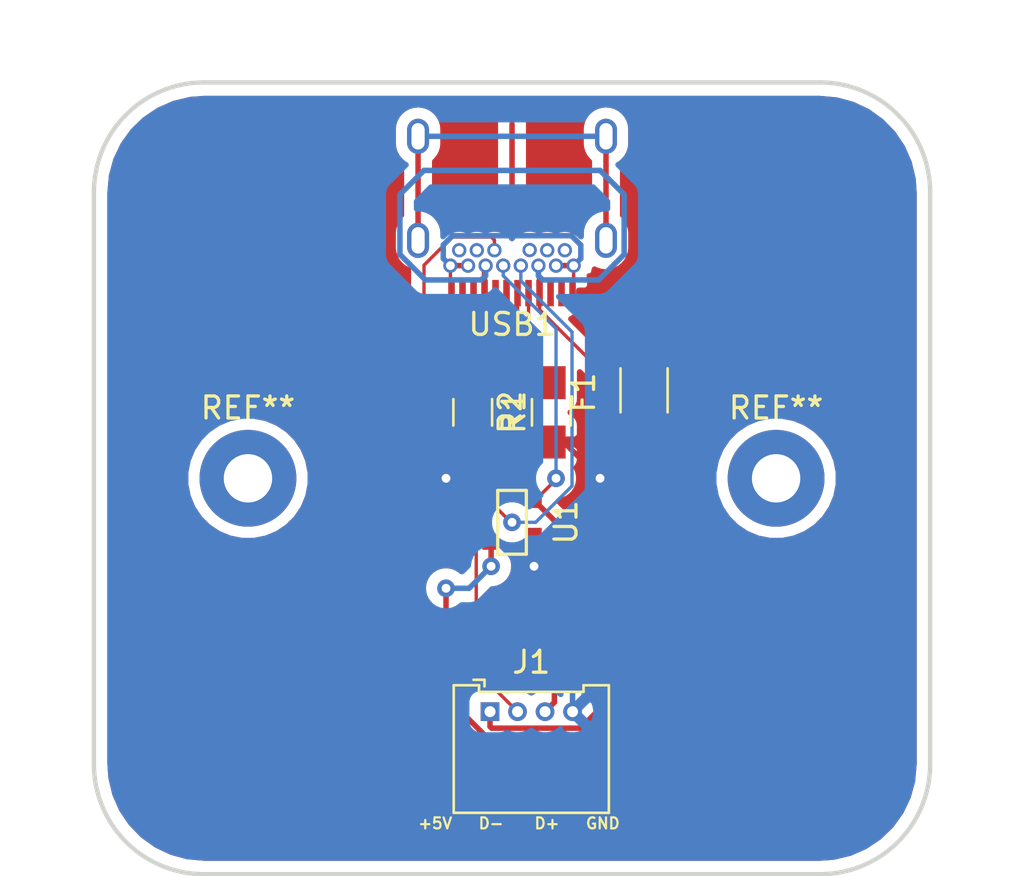
<source format=kicad_pcb>
(kicad_pcb (version 20171130) (host pcbnew "(5.1.2-1)-1")

  (general
    (thickness 1.6)
    (drawings 12)
    (tracks 115)
    (zones 0)
    (modules 8)
    (nets 10)
  )

  (page A4)
  (layers
    (0 F.Cu signal)
    (31 B.Cu signal)
    (32 B.Adhes user)
    (33 F.Adhes user)
    (34 B.Paste user)
    (35 F.Paste user)
    (36 B.SilkS user)
    (37 F.SilkS user)
    (38 B.Mask user)
    (39 F.Mask user)
    (40 Dwgs.User user)
    (41 Cmts.User user)
    (42 Eco1.User user)
    (43 Eco2.User user)
    (44 Edge.Cuts user)
    (45 Margin user)
    (46 B.CrtYd user)
    (47 F.CrtYd user)
    (48 B.Fab user)
    (49 F.Fab user)
  )

  (setup
    (last_trace_width 0.25)
    (user_trace_width 0.2)
    (user_trace_width 0.381)
    (trace_clearance 0.2)
    (zone_clearance 0.508)
    (zone_45_only no)
    (trace_min 0.2)
    (via_size 0.8)
    (via_drill 0.4)
    (via_min_size 0.4)
    (via_min_drill 0.3)
    (uvia_size 0.3)
    (uvia_drill 0.1)
    (uvias_allowed no)
    (uvia_min_size 0.2)
    (uvia_min_drill 0.1)
    (edge_width 0.2)
    (segment_width 0.2)
    (pcb_text_width 0.3)
    (pcb_text_size 1.5 1.5)
    (mod_edge_width 0.12)
    (mod_text_size 1 1)
    (mod_text_width 0.15)
    (pad_size 1.4 0.8)
    (pad_drill 1.1)
    (pad_to_mask_clearance 0.2)
    (aux_axis_origin 0 0)
    (grid_origin 100.012416 39.290592)
    (visible_elements 7FFFFFFF)
    (pcbplotparams
      (layerselection 0x010fc_ffffffff)
      (usegerberextensions true)
      (usegerberattributes false)
      (usegerberadvancedattributes false)
      (creategerberjobfile false)
      (excludeedgelayer true)
      (linewidth 0.100000)
      (plotframeref false)
      (viasonmask false)
      (mode 1)
      (useauxorigin false)
      (hpglpennumber 1)
      (hpglpenspeed 20)
      (hpglpendiameter 15.000000)
      (psnegative false)
      (psa4output false)
      (plotreference true)
      (plotvalue true)
      (plotinvisibletext false)
      (padsonsilk false)
      (subtractmaskfromsilk false)
      (outputformat 1)
      (mirror false)
      (drillshape 0)
      (scaleselection 1)
      (outputdirectory "Gerbers/"))
  )

  (net 0 "")
  (net 1 VCC)
  (net 2 +5V)
  (net 3 GND)
  (net 4 D-)
  (net 5 D+)
  (net 6 "Net-(R1-Pad2)")
  (net 7 "Net-(R2-Pad1)")
  (net 8 "Net-(USB1-Pad27)")
  (net 9 "Net-(USB1-Pad26)")

  (net_class Default "This is the default net class."
    (clearance 0.2)
    (trace_width 0.25)
    (via_dia 0.8)
    (via_drill 0.4)
    (uvia_dia 0.3)
    (uvia_drill 0.1)
    (add_net +5V)
    (add_net D+)
    (add_net D-)
    (add_net GND)
    (add_net "Net-(R1-Pad2)")
    (add_net "Net-(R2-Pad1)")
    (add_net "Net-(USB1-Pad26)")
    (add_net "Net-(USB1-Pad27)")
    (add_net VCC)
  )

  (module Type-C:Wurth-632723300011 (layer F.Cu) (tedit 5D00B06B) (tstamp 5D00A124)
    (at 100.012416 39.290592 180)
    (path /5D00AE8D)
    (attr smd)
    (fp_text reference USB1 (at 0 -12 180) (layer F.SilkS)
      (effects (font (size 1 1) (thickness 0.15)))
    )
    (fp_text value Wurth-632723300011 (at 0 1.9 180) (layer F.Fab)
      (effects (font (size 1 1) (thickness 0.15)))
    )
    (fp_line (start -4.37 -10.38) (end 4.37 -10.38) (layer Dwgs.User) (width 0.15))
    (fp_line (start 4.37 0.95) (end 4.37 -10.38) (layer Dwgs.User) (width 0.15))
    (fp_line (start -4.37 0.95) (end -4.37 -10.38) (layer Dwgs.User) (width 0.15))
    (fp_line (start -4.37 0.95) (end 4.37 0.95) (layer Dwgs.User) (width 0.15))
    (pad 1 smd rect (at -2.75 -10.58 180) (size 0.3 1.2) (layers F.Cu F.Paste F.Mask)
      (net 3 GND))
    (pad 2 smd rect (at -2.25 -10.58 180) (size 0.3 1.2) (layers F.Cu F.Paste F.Mask))
    (pad 3 smd rect (at -1.75 -10.58 180) (size 0.3 1.2) (layers F.Cu F.Paste F.Mask))
    (pad 4 smd rect (at -1.25 -10.58 180) (size 0.3 1.2) (layers F.Cu F.Paste F.Mask)
      (net 1 VCC))
    (pad 5 smd rect (at -0.75 -10.58 180) (size 0.3 1.2) (layers F.Cu F.Paste F.Mask)
      (net 6 "Net-(R1-Pad2)"))
    (pad 6 smd rect (at -0.25 -10.58 180) (size 0.3 1.2) (layers F.Cu F.Paste F.Mask)
      (net 5 D+))
    (pad 7 smd rect (at 0.25 -10.58 180) (size 0.3 1.2) (layers F.Cu F.Paste F.Mask)
      (net 4 D-))
    (pad 8 smd rect (at 0.75 -10.58 180) (size 0.3 1.2) (layers F.Cu F.Paste F.Mask))
    (pad 9 smd rect (at 1.25 -10.58 180) (size 0.3 1.2) (layers F.Cu F.Paste F.Mask)
      (net 1 VCC))
    (pad 10 smd rect (at 1.75 -10.58 180) (size 0.3 1.2) (layers F.Cu F.Paste F.Mask))
    (pad 11 smd rect (at 2.25 -10.58 180) (size 0.3 1.2) (layers F.Cu F.Paste F.Mask))
    (pad 12 smd rect (at 2.75 -10.58 180) (size 0.3 1.2) (layers F.Cu F.Paste F.Mask)
      (net 3 GND))
    (pad 13 thru_hole circle (at 2.8 -9.33 180) (size 0.65 0.65) (drill 0.4) (layers *.Cu *.Paste *.Mask)
      (net 3 GND))
    (pad 14 thru_hole circle (at 2.4 -8.63 180) (size 0.65 0.65) (drill 0.4) (layers *.Cu *.Paste *.Mask))
    (pad 25 thru_hole circle (at 2 -9.33 180) (size 0.65 0.65) (drill 0.4) (layers *.Cu *.Paste *.Mask)
      (net 3 GND))
    (pad 15 thru_hole circle (at 1.6 -8.63 180) (size 0.65 0.65) (drill 0.4) (layers *.Cu *.Paste *.Mask))
    (pad 16 thru_hole circle (at 1.2 -9.33 180) (size 0.65 0.65) (drill 0.4) (layers *.Cu *.Paste *.Mask)
      (net 1 VCC))
    (pad 17 thru_hole circle (at 0.8 -8.63 180) (size 0.65 0.65) (drill 0.4) (layers *.Cu *.Paste *.Mask)
      (net 7 "Net-(R2-Pad1)"))
    (pad 18 thru_hole circle (at 0.4 -9.33 180) (size 0.65 0.65) (drill 0.4) (layers *.Cu *.Paste *.Mask)
      (net 5 D+))
    (pad 19 thru_hole circle (at -0.4 -9.33 180) (size 0.65 0.65) (drill 0.4) (layers *.Cu *.Paste *.Mask)
      (net 4 D-))
    (pad 20 thru_hole circle (at -0.8 -8.62 180) (size 0.65 0.65) (drill 0.4) (layers *.Cu *.Paste *.Mask))
    (pad 21 thru_hole circle (at -1.2 -9.33 180) (size 0.65 0.65) (drill 0.4) (layers *.Cu *.Paste *.Mask)
      (net 1 VCC))
    (pad 22 thru_hole circle (at -1.6 -8.63 180) (size 0.65 0.65) (drill 0.4) (layers *.Cu *.Paste *.Mask))
    (pad 23 thru_hole circle (at -2.4 -8.63 180) (size 0.65 0.65) (drill 0.4) (layers *.Cu *.Paste *.Mask))
    (pad 25 thru_hole circle (at -2 -9.33 180) (size 0.65 0.65) (drill 0.4) (layers *.Cu *.Paste *.Mask)
      (net 3 GND))
    (pad 27 smd rect (at 0 -6 180) (size 0.2 1) (layers F.Cu F.Paste F.Mask)
      (net 8 "Net-(USB1-Pad27)"))
    (pad 27 smd rect (at 0 -2.9 180) (size 0.2 1) (layers F.Cu F.Paste F.Mask)
      (net 8 "Net-(USB1-Pad27)"))
    (pad 26 thru_hole oval (at -4.27 -8.18 180) (size 1 1.6) (drill oval 0.6 1.2) (layers *.Cu *.Mask)
      (net 9 "Net-(USB1-Pad26)"))
    (pad 26 thru_hole oval (at -4.27 -3.45 180) (size 1 1.6) (drill oval 0.6 1.2) (layers *.Cu *.Mask)
      (net 9 "Net-(USB1-Pad26)"))
    (pad 26 thru_hole oval (at 4.27 -3.45 180) (size 1 1.6) (drill oval 0.6 1.2) (layers *.Cu *.Mask)
      (net 9 "Net-(USB1-Pad26)"))
    (pad 26 thru_hole oval (at 4.27 -8.18 180) (size 1 1.6) (drill oval 0.6 1.2) (layers *.Cu *.Mask)
      (net 9 "Net-(USB1-Pad26)"))
    (pad 24 thru_hole circle (at -2.8 -9.33 180) (size 0.65 0.65) (drill 0.4) (layers *.Cu *.Paste *.Mask)
      (net 3 GND))
    (model "/Users/sriram/Downloads/Download_STP_632723300011 (rev1).stp"
      (offset (xyz 0 3.9 1.5))
      (scale (xyz 1 1 1))
      (rotate (xyz 90 0 180))
    )
  )

  (module Fuse_Holders_and_Fuses:Fuse_SMD1206_Reflow (layer F.Cu) (tedit 0) (tstamp 5CE10771)
    (at 106.012416 54.290592 90)
    (descr "Fuse, Sicherung, SMD1206, Littlefuse-Wickmann, Reflow,")
    (tags "Fuse Sicherung SMD1206 Littlefuse-Wickmann Reflow ")
    (path /5A62446D)
    (attr smd)
    (fp_text reference F1 (at -0.1 -2.75 90) (layer F.SilkS)
      (effects (font (size 1 1) (thickness 0.15)))
    )
    (fp_text value 500mA (at -0.45 3.2 90) (layer F.Fab)
      (effects (font (size 1 1) (thickness 0.15)))
    )
    (fp_line (start 2.47 1.05) (end -2.47 1.05) (layer F.CrtYd) (width 0.05))
    (fp_line (start 2.47 1.05) (end 2.47 -1.05) (layer F.CrtYd) (width 0.05))
    (fp_line (start -2.47 -1.05) (end -2.47 1.05) (layer F.CrtYd) (width 0.05))
    (fp_line (start -2.47 -1.05) (end 2.47 -1.05) (layer F.CrtYd) (width 0.05))
    (fp_line (start -1 -1.07) (end 1 -1.07) (layer F.SilkS) (width 0.12))
    (fp_line (start 1 1.07) (end -1 1.07) (layer F.SilkS) (width 0.12))
    (fp_line (start -1.6 -0.8) (end 1.6 -0.8) (layer F.Fab) (width 0.1))
    (fp_line (start 1.6 -0.8) (end 1.6 0.8) (layer F.Fab) (width 0.1))
    (fp_line (start 1.6 0.8) (end -1.6 0.8) (layer F.Fab) (width 0.1))
    (fp_line (start -1.6 0.8) (end -1.6 -0.8) (layer F.Fab) (width 0.1))
    (pad 2 smd rect (at 1.2 0 180) (size 2.03 1.14) (layers F.Cu F.Paste F.Mask)
      (net 1 VCC))
    (pad 1 smd rect (at -1.2 0 180) (size 2.03 1.14) (layers F.Cu F.Paste F.Mask)
      (net 2 +5V))
  )

  (module Resistors_SMD:R_0805_HandSoldering (layer F.Cu) (tedit 58E0A804) (tstamp 5D00A56E)
    (at 101.798352 55.290592 90)
    (descr "Resistor SMD 0805, hand soldering")
    (tags "resistor 0805")
    (path /5A7D4DCE)
    (attr smd)
    (fp_text reference R1 (at 0 -1.7 90) (layer F.SilkS)
      (effects (font (size 1 1) (thickness 0.15)))
    )
    (fp_text value 5.1k (at 0 1.75 90) (layer F.Fab)
      (effects (font (size 1 1) (thickness 0.15)))
    )
    (fp_line (start 2.35 0.9) (end -2.35 0.9) (layer F.CrtYd) (width 0.05))
    (fp_line (start 2.35 0.9) (end 2.35 -0.9) (layer F.CrtYd) (width 0.05))
    (fp_line (start -2.35 -0.9) (end -2.35 0.9) (layer F.CrtYd) (width 0.05))
    (fp_line (start -2.35 -0.9) (end 2.35 -0.9) (layer F.CrtYd) (width 0.05))
    (fp_line (start -0.6 -0.88) (end 0.6 -0.88) (layer F.SilkS) (width 0.12))
    (fp_line (start 0.6 0.88) (end -0.6 0.88) (layer F.SilkS) (width 0.12))
    (fp_line (start -1 -0.62) (end 1 -0.62) (layer F.Fab) (width 0.1))
    (fp_line (start 1 -0.62) (end 1 0.62) (layer F.Fab) (width 0.1))
    (fp_line (start 1 0.62) (end -1 0.62) (layer F.Fab) (width 0.1))
    (fp_line (start -1 0.62) (end -1 -0.62) (layer F.Fab) (width 0.1))
    (fp_text user %R (at 0 0 90) (layer F.Fab)
      (effects (font (size 0.5 0.5) (thickness 0.075)))
    )
    (pad 2 smd rect (at 1.35 0 90) (size 1.5 1.3) (layers F.Cu F.Paste F.Mask)
      (net 6 "Net-(R1-Pad2)"))
    (pad 1 smd rect (at -1.35 0 90) (size 1.5 1.3) (layers F.Cu F.Paste F.Mask)
      (net 3 GND))
    (model ${KISYS3DMOD}/Resistors_SMD.3dshapes/R_0805.wrl
      (at (xyz 0 0 0))
      (scale (xyz 1 1 1))
      (rotate (xyz 0 0 0))
    )
  )

  (module Resistors_SMD:R_0805_HandSoldering (layer F.Cu) (tedit 58E0A804) (tstamp 5D00A5E0)
    (at 98.22648 55.290592 270)
    (descr "Resistor SMD 0805, hand soldering")
    (tags "resistor 0805")
    (path /5A7D4FD9)
    (attr smd)
    (fp_text reference R2 (at 0 -1.7 270) (layer F.SilkS)
      (effects (font (size 1 1) (thickness 0.15)))
    )
    (fp_text value 5.1k (at 0 1.75 270) (layer F.Fab)
      (effects (font (size 1 1) (thickness 0.15)))
    )
    (fp_text user %R (at 0 0 270) (layer F.Fab)
      (effects (font (size 0.5 0.5) (thickness 0.075)))
    )
    (fp_line (start -1 0.62) (end -1 -0.62) (layer F.Fab) (width 0.1))
    (fp_line (start 1 0.62) (end -1 0.62) (layer F.Fab) (width 0.1))
    (fp_line (start 1 -0.62) (end 1 0.62) (layer F.Fab) (width 0.1))
    (fp_line (start -1 -0.62) (end 1 -0.62) (layer F.Fab) (width 0.1))
    (fp_line (start 0.6 0.88) (end -0.6 0.88) (layer F.SilkS) (width 0.12))
    (fp_line (start -0.6 -0.88) (end 0.6 -0.88) (layer F.SilkS) (width 0.12))
    (fp_line (start -2.35 -0.9) (end 2.35 -0.9) (layer F.CrtYd) (width 0.05))
    (fp_line (start -2.35 -0.9) (end -2.35 0.9) (layer F.CrtYd) (width 0.05))
    (fp_line (start 2.35 0.9) (end 2.35 -0.9) (layer F.CrtYd) (width 0.05))
    (fp_line (start 2.35 0.9) (end -2.35 0.9) (layer F.CrtYd) (width 0.05))
    (pad 1 smd rect (at -1.35 0 270) (size 1.5 1.3) (layers F.Cu F.Paste F.Mask)
      (net 7 "Net-(R2-Pad1)"))
    (pad 2 smd rect (at 1.35 0 270) (size 1.5 1.3) (layers F.Cu F.Paste F.Mask)
      (net 3 GND))
    (model ${KISYS3DMOD}/Resistors_SMD.3dshapes/R_0805.wrl
      (at (xyz 0 0 0))
      (scale (xyz 1 1 1))
      (rotate (xyz 0 0 0))
    )
  )

  (module Mounting_Holes:MountingHole_2.2mm_M2_Pad (layer F.Cu) (tedit 56D1B4CB) (tstamp 5CE33A37)
    (at 112.012416 58.290592)
    (descr "Mounting Hole 2.2mm, M2")
    (tags "mounting hole 2.2mm m2")
    (attr virtual)
    (fp_text reference REF** (at 0 -3.2) (layer F.SilkS)
      (effects (font (size 1 1) (thickness 0.15)))
    )
    (fp_text value MountingHole_2.2mm_M2_Pad (at 0 3.2) (layer F.Fab)
      (effects (font (size 1 1) (thickness 0.15)))
    )
    (fp_text user %R (at 0.3 0) (layer F.Fab)
      (effects (font (size 1 1) (thickness 0.15)))
    )
    (fp_circle (center 0 0) (end 2.2 0) (layer Cmts.User) (width 0.15))
    (fp_circle (center 0 0) (end 2.45 0) (layer F.CrtYd) (width 0.05))
    (pad 1 thru_hole circle (at 0 0) (size 4.4 4.4) (drill 2.2) (layers *.Cu *.Mask))
  )

  (module Mounting_Holes:MountingHole_2.2mm_M2_Pad (layer F.Cu) (tedit 56D1B4CB) (tstamp 5CE33A4D)
    (at 88.012416 58.290592)
    (descr "Mounting Hole 2.2mm, M2")
    (tags "mounting hole 2.2mm m2")
    (attr virtual)
    (fp_text reference REF** (at 0 -3.2) (layer F.SilkS)
      (effects (font (size 1 1) (thickness 0.15)))
    )
    (fp_text value MountingHole_2.2mm_M2_Pad (at 0 3.2) (layer F.Fab)
      (effects (font (size 1 1) (thickness 0.15)))
    )
    (fp_text user %R (at 0.3 0) (layer F.Fab)
      (effects (font (size 1 1) (thickness 0.15)))
    )
    (fp_circle (center 0 0) (end 2.2 0) (layer Cmts.User) (width 0.15))
    (fp_circle (center 0 0) (end 2.45 0) (layer F.CrtYd) (width 0.05))
    (pad 1 thru_hole circle (at 0 0) (size 4.4 4.4) (drill 2.2) (layers *.Cu *.Mask))
  )

  (module Connectors_Molex:Molex_PicoBlade_53048-0410_04x1.25mm_Angled (layer F.Cu) (tedit 58A3B6BF) (tstamp 5D00A3F5)
    (at 99.012416 68.9)
    (descr "Molex PicoBlade, single row, side entry type, through hole, PN:53048-0410")
    (tags "connector molex picoblade")
    (path /5D0E0B2F)
    (fp_text reference J1 (at 1.875 -2.25) (layer F.SilkS)
      (effects (font (size 1 1) (thickness 0.15)))
    )
    (fp_text value Conn_01x04 (at 1.875 5.75) (layer F.Fab)
      (effects (font (size 1 1) (thickness 0.15)))
    )
    (fp_text user %R (at 1.875 3) (layer F.Fab)
      (effects (font (size 1 1) (thickness 0.15)))
    )
    (fp_line (start 5.4 4.6) (end 1.875 4.6) (layer F.SilkS) (width 0.12))
    (fp_line (start 5.4 -1.2) (end 5.4 4.6) (layer F.SilkS) (width 0.12))
    (fp_line (start 4.25 -1.2) (end 5.4 -1.2) (layer F.SilkS) (width 0.12))
    (fp_line (start 4.25 -0.9) (end 4.25 -1.2) (layer F.SilkS) (width 0.12))
    (fp_line (start 1.875 -0.9) (end 4.25 -0.9) (layer F.SilkS) (width 0.12))
    (fp_line (start -1.65 4.6) (end 1.875 4.6) (layer F.SilkS) (width 0.12))
    (fp_line (start -1.65 -1.2) (end -1.65 4.6) (layer F.SilkS) (width 0.12))
    (fp_line (start -0.5 -1.2) (end -1.65 -1.2) (layer F.SilkS) (width 0.12))
    (fp_line (start -0.5 -0.9) (end -0.5 -1.2) (layer F.SilkS) (width 0.12))
    (fp_line (start 1.875 -0.9) (end -0.5 -0.9) (layer F.SilkS) (width 0.12))
    (fp_line (start 5.25 4.45) (end 1.875 4.45) (layer F.Fab) (width 0.1))
    (fp_line (start 5.25 -1.05) (end 5.25 4.45) (layer F.Fab) (width 0.1))
    (fp_line (start 4.4 -1.05) (end 5.25 -1.05) (layer F.Fab) (width 0.1))
    (fp_line (start 4.4 -0.75) (end 4.4 -1.05) (layer F.Fab) (width 0.1))
    (fp_line (start 1.875 -0.75) (end 4.4 -0.75) (layer F.Fab) (width 0.1))
    (fp_line (start -1.5 4.45) (end 1.875 4.45) (layer F.Fab) (width 0.1))
    (fp_line (start -1.5 -1.05) (end -1.5 4.45) (layer F.Fab) (width 0.1))
    (fp_line (start -0.65 -1.05) (end -1.5 -1.05) (layer F.Fab) (width 0.1))
    (fp_line (start -0.65 -0.75) (end -0.65 -1.05) (layer F.Fab) (width 0.1))
    (fp_line (start 1.875 -0.75) (end -0.65 -0.75) (layer F.Fab) (width 0.1))
    (fp_line (start 5.75 4.95) (end 1.85 4.95) (layer F.CrtYd) (width 0.05))
    (fp_line (start 5.75 -1.55) (end 5.75 4.95) (layer F.CrtYd) (width 0.05))
    (fp_line (start 3.9 -1.55) (end 5.75 -1.55) (layer F.CrtYd) (width 0.05))
    (fp_line (start 3.9 -1.25) (end 3.9 -1.55) (layer F.CrtYd) (width 0.05))
    (fp_line (start 1.85 -1.25) (end 3.9 -1.25) (layer F.CrtYd) (width 0.05))
    (fp_line (start -2 4.95) (end 1.85 4.95) (layer F.CrtYd) (width 0.05))
    (fp_line (start -2 -1.55) (end -2 4.95) (layer F.CrtYd) (width 0.05))
    (fp_line (start -0.15 -1.55) (end -2 -1.55) (layer F.CrtYd) (width 0.05))
    (fp_line (start -0.15 -1.25) (end -0.15 -1.55) (layer F.CrtYd) (width 0.05))
    (fp_line (start 1.85 -1.25) (end -0.15 -1.25) (layer F.CrtYd) (width 0.05))
    (fp_line (start -0.25 -1.45) (end -0.75 -1.45) (layer F.Fab) (width 0.1))
    (fp_line (start -0.25 -1.15) (end -0.25 -1.45) (layer F.Fab) (width 0.1))
    (fp_line (start -0.25 -1.45) (end -0.75 -1.45) (layer F.SilkS) (width 0.12))
    (fp_line (start -0.25 -1.15) (end -0.25 -1.45) (layer F.SilkS) (width 0.12))
    (pad 4 thru_hole circle (at 3.75 0) (size 0.85 0.85) (drill 0.5) (layers *.Cu *.Mask)
      (net 3 GND))
    (pad 3 thru_hole circle (at 2.5 0) (size 0.85 0.85) (drill 0.5) (layers *.Cu *.Mask)
      (net 5 D+))
    (pad 2 thru_hole circle (at 1.25 0) (size 0.85 0.85) (drill 0.5) (layers *.Cu *.Mask)
      (net 4 D-))
    (pad 1 thru_hole rect (at 0 0) (size 0.85 0.85) (drill 0.5) (layers *.Cu *.Mask)
      (net 2 +5V))
    (model ${KISYS3DMOD}/Connectors_Molex.3dshapes/Molex_PicoBlade_53048-0410_04x1.25mm_Angled.wrl
      (at (xyz 0 0 0))
      (scale (xyz 1 1 1))
      (rotate (xyz 0 0 0))
    )
  )

  (module random-keyboard-parts:SOT143B (layer F.Cu) (tedit 5C42C5FB) (tstamp 5D01C8F4)
    (at 100.012416 60.290592 90)
    (path /5D03F781)
    (attr smd)
    (fp_text reference U1 (at 0 2.45 90) (layer F.SilkS)
      (effects (font (size 1 1) (thickness 0.15)))
    )
    (fp_text value PRTR5V0U2X-ai03-locallib (at 0 -2.3 90) (layer F.Fab)
      (effects (font (size 1 1) (thickness 0.15)))
    )
    (fp_line (start 0.55 -1.45) (end 0.55 -0.65) (layer F.Fab) (width 0.15))
    (fp_line (start -0.55 -0.65) (end -0.55 -1.45) (layer F.Fab) (width 0.15))
    (fp_line (start 0.55 1.45) (end 0.55 0.65) (layer F.Fab) (width 0.15))
    (fp_line (start -0.1 0.65) (end -0.1 1.45) (layer F.Fab) (width 0.15))
    (fp_line (start 1.45 0.65) (end -1.45 0.65) (layer F.Fab) (width 0.15))
    (fp_line (start -1.45 -0.65) (end 1.45 -0.65) (layer F.Fab) (width 0.15))
    (fp_line (start -1.45 1.45) (end -1.45 -1.45) (layer F.Fab) (width 0.15))
    (fp_line (start 1.45 1.45) (end -1.45 1.45) (layer F.Fab) (width 0.15))
    (fp_line (start 1.45 -1.45) (end 1.45 1.45) (layer F.Fab) (width 0.15))
    (fp_line (start -1.45 -1.45) (end 1.45 -1.45) (layer F.Fab) (width 0.15))
    (fp_line (start 1.45 0.65) (end 1.45 -0.65) (layer F.SilkS) (width 0.15))
    (fp_line (start -1.45 0.65) (end 1.45 0.65) (layer F.SilkS) (width 0.15))
    (fp_line (start -1.45 -0.65) (end -1.45 0.65) (layer F.SilkS) (width 0.15))
    (fp_line (start -1.45 -0.65) (end 1.45 -0.65) (layer F.SilkS) (width 0.15))
    (pad 3 smd rect (at 0.95 -1 90) (size 0.6 0.7) (layers F.Cu F.Paste F.Mask)
      (net 4 D-))
    (pad 2 smd rect (at 0.95 1 90) (size 0.6 0.7) (layers F.Cu F.Paste F.Mask)
      (net 5 D+))
    (pad 4 smd rect (at -0.95 -1 90) (size 0.6 0.7) (layers F.Cu F.Paste F.Mask)
      (net 1 VCC))
    (pad 1 smd rect (at -0.75 1 90) (size 1 0.7) (layers F.Cu F.Paste F.Mask)
      (net 3 GND))
  )

  (gr_line (start 114.012416 76.290592) (end 86.012416 76.290592) (layer Edge.Cuts) (width 0.2))
  (gr_arc (start 86.012416 71.290592) (end 81.012416 71.290592) (angle -90) (layer Edge.Cuts) (width 0.2))
  (gr_arc (start 114.012416 71.290592) (end 114.012416 76.290592) (angle -90) (layer Edge.Cuts) (width 0.2))
  (gr_line (start 119.012416 45.290592) (end 119.012416 71.290592) (layer Edge.Cuts) (width 0.2))
  (gr_arc (start 114.012416 45.290592) (end 119.012416 45.290592) (angle -90) (layer Edge.Cuts) (width 0.2))
  (gr_line (start 86.012416 40.290592) (end 114.012416 40.290592) (layer Edge.Cuts) (width 0.2))
  (gr_arc (start 86.012416 45.290592) (end 86.012416 40.290592) (angle -90) (layer Edge.Cuts) (width 0.2))
  (gr_line (start 81.012416 45.290592) (end 81.012416 71.290592) (layer Edge.Cuts) (width 0.2))
  (gr_text GND (at 104.14 73.98) (layer F.SilkS) (tstamp 5CD95741)
    (effects (font (size 0.5 0.5) (thickness 0.1)))
  )
  (gr_text D+ (at 101.6 73.98) (layer F.SilkS)
    (effects (font (size 0.5 0.5) (thickness 0.1)))
  )
  (gr_text D- (at 99.06 73.98) (layer F.SilkS)
    (effects (font (size 0.5 0.5) (thickness 0.1)))
  )
  (gr_text +5V (at 96.52 73.98) (layer F.SilkS)
    (effects (font (size 0.5 0.5) (thickness 0.1)))
  )

  (segment (start 101.212416 49.820592) (end 101.262416 49.870592) (width 0.1524) (layer F.Cu) (net 1))
  (segment (start 101.212416 48.620592) (end 101.212416 49.820592) (width 0.1524) (layer F.Cu) (net 1))
  (segment (start 104.845016 53.090592) (end 106.012416 53.090592) (width 0.1524) (layer F.Cu) (net 1))
  (segment (start 103.730016 53.090592) (end 104.845016 53.090592) (width 0.1524) (layer F.Cu) (net 1))
  (segment (start 101.262416 50.622992) (end 103.730016 53.090592) (width 0.1524) (layer F.Cu) (net 1))
  (segment (start 101.262416 49.870592) (end 101.262416 50.622992) (width 0.1524) (layer F.Cu) (net 1))
  (segment (start 98.762416 48.670592) (end 98.762416 49.870592) (width 0.25) (layer F.Cu) (net 1))
  (segment (start 98.812416 48.620592) (end 98.762416 48.670592) (width 0.25) (layer F.Cu) (net 1))
  (via (at 97.012416 63.290592) (size 0.8) (drill 0.4) (layers F.Cu B.Cu) (net 1))
  (segment (start 97.012416 68.21141) (end 97.012416 63.290592) (width 0.25) (layer F.Cu) (net 1))
  (segment (start 98.901016 70.10001) (end 97.012416 68.21141) (width 0.25) (layer F.Cu) (net 1))
  (segment (start 103.308817 70.100011) (end 98.901016 70.10001) (width 0.25) (layer F.Cu) (net 1))
  (segment (start 107.352417 66.056411) (end 103.308817 70.100011) (width 0.25) (layer F.Cu) (net 1))
  (segment (start 107.352417 53.985593) (end 107.352417 66.056411) (width 0.25) (layer F.Cu) (net 1))
  (segment (start 106.457416 53.090592) (end 107.352417 53.985593) (width 0.25) (layer F.Cu) (net 1))
  (segment (start 106.012416 53.090592) (end 106.457416 53.090592) (width 0.25) (layer F.Cu) (net 1))
  (via (at 99.062415 62.290592) (size 0.8) (drill 0.4) (layers F.Cu B.Cu) (net 1))
  (segment (start 98.062415 63.290592) (end 99.062415 62.290592) (width 0.25) (layer B.Cu) (net 1))
  (segment (start 97.012416 63.290592) (end 98.062415 63.290592) (width 0.25) (layer B.Cu) (net 1))
  (segment (start 99.062415 61.290591) (end 99.012416 61.240592) (width 0.25) (layer F.Cu) (net 1))
  (segment (start 99.062415 62.290592) (end 99.062415 61.290591) (width 0.25) (layer F.Cu) (net 1))
  (segment (start 101.402798 49.270593) (end 101.212416 49.080211) (width 0.25) (layer B.Cu) (net 1))
  (segment (start 104.012416 44.290592) (end 105.107426 45.385602) (width 0.25) (layer B.Cu) (net 1))
  (segment (start 105.107426 48.112322) (end 103.949155 49.270593) (width 0.25) (layer B.Cu) (net 1))
  (segment (start 96.012416 44.290592) (end 104.012416 44.290592) (width 0.25) (layer B.Cu) (net 1))
  (segment (start 98.812416 48.620592) (end 98.812416 49.080211) (width 0.25) (layer B.Cu) (net 1))
  (segment (start 103.949155 49.270593) (end 101.402798 49.270593) (width 0.25) (layer B.Cu) (net 1))
  (segment (start 98.622034 49.270593) (end 96.075677 49.270593) (width 0.25) (layer B.Cu) (net 1))
  (segment (start 96.075677 49.270593) (end 94.917406 48.112322) (width 0.25) (layer B.Cu) (net 1))
  (segment (start 94.917406 45.385602) (end 96.012416 44.290592) (width 0.25) (layer B.Cu) (net 1))
  (segment (start 105.107426 45.385602) (end 105.107426 48.112322) (width 0.25) (layer B.Cu) (net 1))
  (segment (start 101.212416 49.080211) (end 101.212416 48.620592) (width 0.25) (layer B.Cu) (net 1))
  (segment (start 94.917406 48.112322) (end 94.917406 45.385602) (width 0.25) (layer B.Cu) (net 1))
  (segment (start 98.812416 49.080211) (end 98.622034 49.270593) (width 0.25) (layer B.Cu) (net 1))
  (segment (start 99.012416 69.575) (end 99.012416 68.9) (width 0.25) (layer F.Cu) (net 2))
  (segment (start 99.087417 69.650001) (end 99.012416 69.575) (width 0.25) (layer F.Cu) (net 2))
  (segment (start 103.122417 69.650001) (end 99.087417 69.650001) (width 0.25) (layer F.Cu) (net 2))
  (segment (start 106.012416 66.760002) (end 103.122417 69.650001) (width 0.25) (layer F.Cu) (net 2))
  (segment (start 106.012416 55.490592) (end 106.012416 66.760002) (width 0.25) (layer F.Cu) (net 2))
  (segment (start 102.812416 49.820592) (end 102.762416 49.870592) (width 0.1524) (layer F.Cu) (net 3))
  (segment (start 102.812416 48.620592) (end 102.812416 49.820592) (width 0.1524) (layer F.Cu) (net 3))
  (segment (start 97.212416 49.820592) (end 97.262416 49.870592) (width 0.1524) (layer F.Cu) (net 3))
  (segment (start 97.212416 48.620592) (end 97.212416 49.820592) (width 0.1524) (layer F.Cu) (net 3))
  (via (at 101.012416 62.290592) (size 0.8) (drill 0.4) (layers F.Cu B.Cu) (net 3))
  (segment (start 102.762416 64.040592) (end 101.012416 62.290592) (width 0.25) (layer B.Cu) (net 3))
  (segment (start 102.762416 68.9) (end 102.762416 64.040592) (width 0.25) (layer B.Cu) (net 3))
  (segment (start 101.012416 62.290592) (end 101.012416 61.040592) (width 0.25) (layer F.Cu) (net 3))
  (segment (start 96.887417 48.295593) (end 97.212416 48.620592) (width 0.25) (layer B.Cu) (net 3))
  (segment (start 96.887417 47.683589) (end 96.887417 48.295593) (width 0.25) (layer B.Cu) (net 3))
  (segment (start 97.310415 47.260591) (end 96.887417 47.683589) (width 0.25) (layer B.Cu) (net 3))
  (segment (start 102.714417 47.260591) (end 97.310415 47.260591) (width 0.25) (layer B.Cu) (net 3))
  (segment (start 103.137415 47.683589) (end 102.714417 47.260591) (width 0.25) (layer B.Cu) (net 3))
  (segment (start 103.137415 48.295593) (end 103.137415 47.683589) (width 0.25) (layer B.Cu) (net 3))
  (segment (start 102.812416 48.620592) (end 103.137415 48.295593) (width 0.25) (layer B.Cu) (net 3))
  (segment (start 97.262416 50.720592) (end 97.262416 49.870592) (width 0.25) (layer F.Cu) (net 3))
  (segment (start 97.262416 50.991526) (end 97.262416 50.720592) (width 0.25) (layer F.Cu) (net 3))
  (segment (start 99.201481 52.930591) (end 97.262416 50.991526) (width 0.25) (layer F.Cu) (net 3))
  (segment (start 99.201481 55.565591) (end 99.201481 52.930591) (width 0.25) (layer F.Cu) (net 3))
  (segment (start 98.22648 56.540592) (end 99.201481 55.565591) (width 0.25) (layer F.Cu) (net 3))
  (segment (start 98.22648 56.640592) (end 98.22648 56.540592) (width 0.25) (layer F.Cu) (net 3))
  (via (at 97.012416 58.290592) (size 0.8) (drill 0.4) (layers F.Cu B.Cu) (net 3))
  (segment (start 98.22648 57.076528) (end 97.012416 58.290592) (width 0.25) (layer F.Cu) (net 3))
  (segment (start 98.22648 56.640592) (end 98.22648 57.076528) (width 0.25) (layer F.Cu) (net 3))
  (segment (start 100.446731 62.290592) (end 101.012416 62.290592) (width 0.25) (layer B.Cu) (net 3))
  (segment (start 97.012416 58.856277) (end 100.446731 62.290592) (width 0.25) (layer B.Cu) (net 3))
  (segment (start 97.012416 58.290592) (end 97.012416 58.856277) (width 0.25) (layer B.Cu) (net 3))
  (via (at 104.012416 58.290592) (size 0.8) (drill 0.4) (layers F.Cu B.Cu) (net 3))
  (segment (start 101.012416 61.290592) (end 104.012416 58.290592) (width 0.25) (layer B.Cu) (net 3))
  (segment (start 101.012416 62.290592) (end 101.012416 61.290592) (width 0.25) (layer B.Cu) (net 3))
  (segment (start 102.362416 56.640592) (end 101.798352 56.640592) (width 0.25) (layer F.Cu) (net 3))
  (segment (start 104.012416 58.290592) (end 102.362416 56.640592) (width 0.25) (layer F.Cu) (net 3))
  (segment (start 97.212416 48.620592) (end 98.012416 48.620592) (width 0.25) (layer F.Cu) (net 3))
  (segment (start 102.812416 48.620592) (end 102.012416 48.620592) (width 0.25) (layer F.Cu) (net 3))
  (segment (start 99.762416 58.640592) (end 99.112416 59.290592) (width 0.1524) (layer F.Cu) (net 4))
  (segment (start 99.762416 49.870592) (end 99.762416 58.640592) (width 0.1524) (layer F.Cu) (net 4))
  (via (at 100.012416 60.290592) (size 0.8) (drill 0.4) (layers F.Cu B.Cu) (net 4))
  (segment (start 102.738617 51.63732) (end 102.738617 58.639169) (width 0.1524) (layer B.Cu) (net 4))
  (segment (start 100.412416 49.311119) (end 102.738617 51.63732) (width 0.1524) (layer B.Cu) (net 4))
  (segment (start 101.087194 60.290592) (end 100.012416 60.290592) (width 0.1524) (layer B.Cu) (net 4))
  (segment (start 102.738617 58.639169) (end 101.087194 60.290592) (width 0.1524) (layer B.Cu) (net 4))
  (segment (start 100.412416 48.620592) (end 100.412416 49.311119) (width 0.1524) (layer B.Cu) (net 4))
  (segment (start 99.962416 60.290592) (end 99.012416 59.340592) (width 0.1524) (layer F.Cu) (net 4))
  (segment (start 100.012416 60.290592) (end 99.962416 60.290592) (width 0.1524) (layer F.Cu) (net 4))
  (segment (start 99.837417 68.475001) (end 100.262416 68.9) (width 0.1524) (layer F.Cu) (net 4))
  (segment (start 98.386215 67.023799) (end 99.837417 68.475001) (width 0.1524) (layer F.Cu) (net 4))
  (segment (start 98.962416 59.340592) (end 98.386215 59.916793) (width 0.1524) (layer F.Cu) (net 4))
  (segment (start 98.386215 59.916793) (end 98.386215 67.023799) (width 0.1524) (layer F.Cu) (net 4))
  (segment (start 99.012416 59.340592) (end 98.962416 59.340592) (width 0.1524) (layer F.Cu) (net 4))
  (segment (start 100.962416 59.340592) (end 101.012416 59.340592) (width 0.1524) (layer F.Cu) (net 5))
  (segment (start 100.262416 58.640592) (end 100.962416 59.340592) (width 0.1524) (layer F.Cu) (net 5))
  (segment (start 100.262416 49.870592) (end 100.262416 58.640592) (width 0.1524) (layer F.Cu) (net 5))
  (segment (start 102.012416 51.480211) (end 102.012416 58.290592) (width 0.1524) (layer B.Cu) (net 5))
  (via (at 102.012416 58.290592) (size 0.8) (drill 0.4) (layers F.Cu B.Cu) (net 5))
  (segment (start 99.612416 49.080211) (end 102.012416 51.480211) (width 0.1524) (layer B.Cu) (net 5))
  (segment (start 99.612416 48.620592) (end 99.612416 49.080211) (width 0.1524) (layer B.Cu) (net 5))
  (segment (start 102.012416 58.340592) (end 101.012416 59.340592) (width 0.1524) (layer F.Cu) (net 5))
  (segment (start 102.012416 58.290592) (end 102.012416 58.340592) (width 0.1524) (layer F.Cu) (net 5))
  (segment (start 101.937415 60.215591) (end 101.937415 68.475001) (width 0.25) (layer F.Cu) (net 5))
  (segment (start 101.937415 68.475001) (end 101.512416 68.9) (width 0.25) (layer F.Cu) (net 5))
  (segment (start 101.062416 59.340592) (end 101.937415 60.215591) (width 0.25) (layer F.Cu) (net 5))
  (segment (start 101.012416 59.340592) (end 101.062416 59.340592) (width 0.25) (layer F.Cu) (net 5))
  (segment (start 100.995952 53.940592) (end 101.798352 53.940592) (width 0.1524) (layer F.Cu) (net 6))
  (segment (start 100.762416 53.707056) (end 100.995952 53.940592) (width 0.1524) (layer F.Cu) (net 6))
  (segment (start 100.762416 49.870592) (end 100.762416 53.707056) (width 0.1524) (layer F.Cu) (net 6))
  (segment (start 98.22648 53.038192) (end 98.22648 53.940592) (width 0.1524) (layer F.Cu) (net 7))
  (segment (start 96.012416 50.824128) (end 98.22648 53.038192) (width 0.1524) (layer F.Cu) (net 7))
  (segment (start 97.291343 47.319391) (end 96.012416 48.598318) (width 0.1524) (layer F.Cu) (net 7))
  (segment (start 99.070834 47.319391) (end 97.291343 47.319391) (width 0.1524) (layer F.Cu) (net 7))
  (segment (start 99.212416 47.460973) (end 99.070834 47.319391) (width 0.1524) (layer F.Cu) (net 7))
  (segment (start 96.012416 48.598318) (end 96.012416 50.824128) (width 0.1524) (layer F.Cu) (net 7))
  (segment (start 99.212416 47.920592) (end 99.212416 47.460973) (width 0.1524) (layer F.Cu) (net 7))
  (segment (start 100.012416 42.190592) (end 100.012416 45.290592) (width 0.25) (layer F.Cu) (net 8))
  (segment (start 104.282416 42.740592) (end 104.282416 47.470592) (width 0.25) (layer F.Cu) (net 9))
  (segment (start 95.742416 42.740592) (end 95.742416 47.470592) (width 0.25) (layer F.Cu) (net 9))
  (segment (start 95.742416 42.740592) (end 104.282416 42.740592) (width 0.25) (layer B.Cu) (net 9))

  (zone (net 3) (net_name GND) (layer B.Cu) (tstamp 5D00FDD9) (hatch edge 0.508)
    (connect_pads (clearance 0.508))
    (min_thickness 0.254)
    (fill yes (arc_segments 16) (thermal_gap 0.508) (thermal_bridge_width 0.508))
    (polygon
      (pts
        (xy 81.012416 40.290592) (xy 119.012416 40.290592) (xy 119.012416 76.290592) (xy 81.012416 76.290592)
      )
    )
    (filled_polygon
      (pts
        (xy 114.767163 41.095873) (xy 115.498059 41.295823) (xy 116.181991 41.622042) (xy 116.797344 42.064218) (xy 117.324675 42.608381)
        (xy 117.747302 43.237318) (xy 118.051879 43.931162) (xy 118.230131 44.673631) (xy 118.277416 45.317541) (xy 118.277417 71.25785)
        (xy 118.207135 72.04534) (xy 118.007185 72.776235) (xy 117.680966 73.460167) (xy 117.23879 74.07552) (xy 116.694627 74.602851)
        (xy 116.06569 75.025478) (xy 115.371845 75.330056) (xy 114.629377 75.508306) (xy 113.985467 75.555592) (xy 86.045147 75.555592)
        (xy 85.257668 75.485311) (xy 84.526773 75.285361) (xy 83.842841 74.959142) (xy 83.227488 74.516966) (xy 82.700157 73.972803)
        (xy 82.27753 73.343866) (xy 81.972952 72.650021) (xy 81.794702 71.907553) (xy 81.747416 71.263643) (xy 81.747416 68.475)
        (xy 97.949344 68.475) (xy 97.949344 69.325) (xy 97.961604 69.449482) (xy 97.997914 69.56918) (xy 98.056879 69.679494)
        (xy 98.136231 69.776185) (xy 98.232922 69.855537) (xy 98.343236 69.914502) (xy 98.462934 69.950812) (xy 98.587416 69.963072)
        (xy 99.437416 69.963072) (xy 99.561898 69.950812) (xy 99.681596 69.914502) (xy 99.79191 69.855537) (xy 99.794413 69.853483)
        (xy 99.953225 69.919265) (xy 100.158015 69.96) (xy 100.366817 69.96) (xy 100.571607 69.919265) (xy 100.764514 69.83936)
        (xy 100.887416 69.75724) (xy 101.010318 69.83936) (xy 101.203225 69.919265) (xy 101.408015 69.96) (xy 101.616817 69.96)
        (xy 101.821607 69.919265) (xy 102.014514 69.83936) (xy 102.188127 69.723356) (xy 102.225405 69.686078) (xy 102.24356 69.83021)
        (xy 102.435004 69.91356) (xy 102.639032 69.957959) (xy 102.8478 69.961702) (xy 103.053286 69.924644) (xy 103.247595 69.84821)
        (xy 103.281272 69.83021) (xy 103.307197 69.624386) (xy 102.762416 69.079605) (xy 102.748274 69.093748) (xy 102.572416 68.91789)
        (xy 102.572416 68.910395) (xy 102.582811 68.9) (xy 102.942021 68.9) (xy 103.486802 69.444781) (xy 103.692626 69.418856)
        (xy 103.775976 69.227412) (xy 103.820375 69.023384) (xy 103.824118 68.814616) (xy 103.78706 68.60913) (xy 103.710626 68.414821)
        (xy 103.692626 68.381144) (xy 103.486802 68.355219) (xy 102.942021 68.9) (xy 102.582811 68.9) (xy 102.572416 68.889605)
        (xy 102.572416 68.88211) (xy 102.748274 68.706253) (xy 102.762416 68.720395) (xy 103.307197 68.175614) (xy 103.281272 67.96979)
        (xy 103.089828 67.88644) (xy 102.8858 67.842041) (xy 102.677032 67.838298) (xy 102.471546 67.875356) (xy 102.277237 67.95179)
        (xy 102.24356 67.96979) (xy 102.225405 68.113922) (xy 102.188127 68.076644) (xy 102.014514 67.96064) (xy 101.821607 67.880735)
        (xy 101.616817 67.84) (xy 101.408015 67.84) (xy 101.203225 67.880735) (xy 101.010318 67.96064) (xy 100.887416 68.04276)
        (xy 100.764514 67.96064) (xy 100.571607 67.880735) (xy 100.366817 67.84) (xy 100.158015 67.84) (xy 99.953225 67.880735)
        (xy 99.794413 67.946517) (xy 99.79191 67.944463) (xy 99.681596 67.885498) (xy 99.561898 67.849188) (xy 99.437416 67.836928)
        (xy 98.587416 67.836928) (xy 98.462934 67.849188) (xy 98.343236 67.885498) (xy 98.232922 67.944463) (xy 98.136231 68.023815)
        (xy 98.056879 68.120506) (xy 97.997914 68.23082) (xy 97.961604 68.350518) (xy 97.949344 68.475) (xy 81.747416 68.475)
        (xy 81.747416 63.188653) (xy 95.977416 63.188653) (xy 95.977416 63.392531) (xy 96.01719 63.59249) (xy 96.095211 63.780848)
        (xy 96.208479 63.950366) (xy 96.352642 64.094529) (xy 96.52216 64.207797) (xy 96.710518 64.285818) (xy 96.910477 64.325592)
        (xy 97.114355 64.325592) (xy 97.314314 64.285818) (xy 97.502672 64.207797) (xy 97.67219 64.094529) (xy 97.716127 64.050592)
        (xy 98.025093 64.050592) (xy 98.062415 64.054268) (xy 98.099737 64.050592) (xy 98.099748 64.050592) (xy 98.211401 64.039595)
        (xy 98.354662 63.996138) (xy 98.486691 63.925566) (xy 98.602416 63.830593) (xy 98.626219 63.80159) (xy 99.102217 63.325592)
        (xy 99.164354 63.325592) (xy 99.364313 63.285818) (xy 99.552671 63.207797) (xy 99.722189 63.094529) (xy 99.866352 62.950366)
        (xy 99.97962 62.780848) (xy 100.057641 62.59249) (xy 100.097415 62.392531) (xy 100.097415 62.188653) (xy 100.057641 61.988694)
        (xy 99.97962 61.800336) (xy 99.866352 61.630818) (xy 99.722189 61.486655) (xy 99.552671 61.373387) (xy 99.364313 61.295366)
        (xy 99.164354 61.255592) (xy 98.960476 61.255592) (xy 98.760517 61.295366) (xy 98.572159 61.373387) (xy 98.402641 61.486655)
        (xy 98.258478 61.630818) (xy 98.14521 61.800336) (xy 98.067189 61.988694) (xy 98.027415 62.188653) (xy 98.027415 62.25079)
        (xy 97.747614 62.530592) (xy 97.716127 62.530592) (xy 97.67219 62.486655) (xy 97.502672 62.373387) (xy 97.314314 62.295366)
        (xy 97.114355 62.255592) (xy 96.910477 62.255592) (xy 96.710518 62.295366) (xy 96.52216 62.373387) (xy 96.352642 62.486655)
        (xy 96.208479 62.630818) (xy 96.095211 62.800336) (xy 96.01719 62.988694) (xy 95.977416 63.188653) (xy 81.747416 63.188653)
        (xy 81.747416 58.011369) (xy 85.177416 58.011369) (xy 85.177416 58.569815) (xy 85.286364 59.117531) (xy 85.500072 59.633468)
        (xy 85.810328 60.097799) (xy 86.205209 60.49268) (xy 86.66954 60.802936) (xy 87.185477 61.016644) (xy 87.733193 61.125592)
        (xy 88.291639 61.125592) (xy 88.839355 61.016644) (xy 89.355292 60.802936) (xy 89.819623 60.49268) (xy 90.214504 60.097799)
        (xy 90.52476 59.633468) (xy 90.738468 59.117531) (xy 90.847416 58.569815) (xy 90.847416 58.011369) (xy 90.738468 57.463653)
        (xy 90.52476 56.947716) (xy 90.214504 56.483385) (xy 89.819623 56.088504) (xy 89.355292 55.778248) (xy 88.839355 55.56454)
        (xy 88.291639 55.455592) (xy 87.733193 55.455592) (xy 87.185477 55.56454) (xy 86.66954 55.778248) (xy 86.205209 56.088504)
        (xy 85.810328 56.483385) (xy 85.500072 56.947716) (xy 85.286364 57.463653) (xy 85.177416 58.011369) (xy 81.747416 58.011369)
        (xy 81.747416 45.385602) (xy 94.15373 45.385602) (xy 94.157407 45.422934) (xy 94.157406 48.074999) (xy 94.15373 48.112322)
        (xy 94.157406 48.149644) (xy 94.157406 48.149654) (xy 94.168403 48.261307) (xy 94.200031 48.365571) (xy 94.21186 48.404568)
        (xy 94.282432 48.536598) (xy 94.30578 48.565047) (xy 94.377405 48.652323) (xy 94.406409 48.676126) (xy 95.511878 49.781596)
        (xy 95.535676 49.810594) (xy 95.564674 49.834392) (xy 95.651401 49.905567) (xy 95.78343 49.976139) (xy 95.926691 50.019596)
        (xy 96.075677 50.03427) (xy 96.11301 50.030593) (xy 98.584712 50.030593) (xy 98.622034 50.034269) (xy 98.659356 50.030593)
        (xy 98.659367 50.030593) (xy 98.77102 50.019596) (xy 98.914281 49.976139) (xy 99.04631 49.905567) (xy 99.162035 49.810594)
        (xy 99.185838 49.78159) (xy 99.246923 49.720505) (xy 101.301216 51.7748) (xy 101.301217 57.53808) (xy 101.208479 57.630818)
        (xy 101.095211 57.800336) (xy 101.01719 57.988694) (xy 100.977416 58.188653) (xy 100.977416 58.392531) (xy 101.01719 58.59249)
        (xy 101.095211 58.780848) (xy 101.208479 58.950366) (xy 101.315056 59.056943) (xy 100.792607 59.579392) (xy 100.764927 59.579392)
        (xy 100.67219 59.486655) (xy 100.502672 59.373387) (xy 100.314314 59.295366) (xy 100.114355 59.255592) (xy 99.910477 59.255592)
        (xy 99.710518 59.295366) (xy 99.52216 59.373387) (xy 99.352642 59.486655) (xy 99.208479 59.630818) (xy 99.095211 59.800336)
        (xy 99.01719 59.988694) (xy 98.977416 60.188653) (xy 98.977416 60.392531) (xy 99.01719 60.59249) (xy 99.095211 60.780848)
        (xy 99.208479 60.950366) (xy 99.352642 61.094529) (xy 99.52216 61.207797) (xy 99.710518 61.285818) (xy 99.910477 61.325592)
        (xy 100.114355 61.325592) (xy 100.314314 61.285818) (xy 100.502672 61.207797) (xy 100.67219 61.094529) (xy 100.764927 61.001792)
        (xy 101.052268 61.001792) (xy 101.087194 61.005232) (xy 101.12212 61.001792) (xy 101.12213 61.001792) (xy 101.226614 60.991501)
        (xy 101.360675 60.950834) (xy 101.484227 60.884794) (xy 101.592521 60.795919) (xy 101.614796 60.768777) (xy 103.216808 59.166766)
        (xy 103.243944 59.144496) (xy 103.332819 59.036202) (xy 103.356712 58.991501) (xy 103.398859 58.912651) (xy 103.439526 58.778589)
        (xy 103.448485 58.687625) (xy 103.449817 58.674105) (xy 103.449817 58.674098) (xy 103.453257 58.639169) (xy 103.449817 58.604241)
        (xy 103.449817 58.011369) (xy 109.177416 58.011369) (xy 109.177416 58.569815) (xy 109.286364 59.117531) (xy 109.500072 59.633468)
        (xy 109.810328 60.097799) (xy 110.205209 60.49268) (xy 110.66954 60.802936) (xy 111.185477 61.016644) (xy 111.733193 61.125592)
        (xy 112.291639 61.125592) (xy 112.839355 61.016644) (xy 113.355292 60.802936) (xy 113.819623 60.49268) (xy 114.214504 60.097799)
        (xy 114.52476 59.633468) (xy 114.738468 59.117531) (xy 114.847416 58.569815) (xy 114.847416 58.011369) (xy 114.738468 57.463653)
        (xy 114.52476 56.947716) (xy 114.214504 56.483385) (xy 113.819623 56.088504) (xy 113.355292 55.778248) (xy 112.839355 55.56454)
        (xy 112.291639 55.455592) (xy 111.733193 55.455592) (xy 111.185477 55.56454) (xy 110.66954 55.778248) (xy 110.205209 56.088504)
        (xy 109.810328 56.483385) (xy 109.500072 56.947716) (xy 109.286364 57.463653) (xy 109.177416 58.011369) (xy 103.449817 58.011369)
        (xy 103.449817 51.672245) (xy 103.453257 51.637319) (xy 103.449817 51.602393) (xy 103.449817 51.602384) (xy 103.439526 51.4979)
        (xy 103.398859 51.363839) (xy 103.332819 51.240287) (xy 103.305279 51.20673) (xy 103.266214 51.159129) (xy 103.26621 51.159125)
        (xy 103.243943 51.131993) (xy 103.216812 51.109727) (xy 102.137678 50.030593) (xy 103.911833 50.030593) (xy 103.949155 50.034269)
        (xy 103.986477 50.030593) (xy 103.986488 50.030593) (xy 104.098141 50.019596) (xy 104.241402 49.976139) (xy 104.373431 49.905567)
        (xy 104.489156 49.810594) (xy 104.512959 49.78159) (xy 105.618429 48.676121) (xy 105.647427 48.652323) (xy 105.7424 48.536598)
        (xy 105.812972 48.404569) (xy 105.856429 48.261308) (xy 105.867426 48.149655) (xy 105.867426 48.149654) (xy 105.871103 48.112322)
        (xy 105.867426 48.074989) (xy 105.867426 45.422924) (xy 105.871102 45.385602) (xy 105.867426 45.348279) (xy 105.867426 45.348269)
        (xy 105.856429 45.236616) (xy 105.812972 45.093355) (xy 105.794235 45.058301) (xy 105.7424 44.961325) (xy 105.671225 44.874599)
        (xy 105.647427 44.845601) (xy 105.61843 44.821804) (xy 104.830971 44.034345) (xy 104.916039 43.988876) (xy 105.088865 43.847041)
        (xy 105.2307 43.674215) (xy 105.336092 43.477039) (xy 105.400993 43.263091) (xy 105.417416 43.096344) (xy 105.417416 42.384841)
        (xy 105.400993 42.218094) (xy 105.336092 42.004146) (xy 105.2307 41.806969) (xy 105.088865 41.634143) (xy 104.916039 41.492308)
        (xy 104.718863 41.386916) (xy 104.504915 41.322015) (xy 104.282416 41.300101) (xy 104.059918 41.322015) (xy 103.84597 41.386916)
        (xy 103.648794 41.492308) (xy 103.475968 41.634143) (xy 103.334133 41.806969) (xy 103.241329 41.980592) (xy 96.783502 41.980592)
        (xy 96.6907 41.806969) (xy 96.548865 41.634143) (xy 96.376039 41.492308) (xy 96.178863 41.386916) (xy 95.964915 41.322015)
        (xy 95.742416 41.300101) (xy 95.519918 41.322015) (xy 95.30597 41.386916) (xy 95.108794 41.492308) (xy 94.935968 41.634143)
        (xy 94.794133 41.806969) (xy 94.68874 42.004145) (xy 94.623839 42.218093) (xy 94.607416 42.38484) (xy 94.607416 43.096343)
        (xy 94.623839 43.26309) (xy 94.68874 43.477038) (xy 94.794132 43.674215) (xy 94.935967 43.847041) (xy 95.108793 43.988876)
        (xy 95.193861 44.034345) (xy 94.406404 44.821803) (xy 94.377406 44.845601) (xy 94.353608 44.874599) (xy 94.353607 44.8746)
        (xy 94.282432 44.961326) (xy 94.21186 45.093356) (xy 94.168404 45.236617) (xy 94.15373 45.385602) (xy 81.747416 45.385602)
        (xy 81.747416 45.323323) (xy 81.817697 44.535845) (xy 82.017647 43.804949) (xy 82.343866 43.121017) (xy 82.786042 42.505664)
        (xy 83.330205 41.978333) (xy 83.959142 41.555706) (xy 84.652986 41.251129) (xy 85.395455 41.072877) (xy 86.039365 41.025592)
        (xy 113.979685 41.025592)
      )
    )
    (filled_polygon
      (pts
        (xy 104.347426 45.700404) (xy 104.347426 46.036504) (xy 104.282416 46.030101) (xy 104.059918 46.052015) (xy 103.84597 46.116916)
        (xy 103.648794 46.222308) (xy 103.475968 46.364143) (xy 103.334133 46.536969) (xy 103.22874 46.734145) (xy 103.163839 46.948093)
        (xy 103.147416 47.11484) (xy 103.147416 47.297947) (xy 103.02438 47.174911) (xy 102.867147 47.069851) (xy 102.692438 46.997484)
        (xy 102.506968 46.960592) (xy 102.317864 46.960592) (xy 102.132394 46.997484) (xy 102.012416 47.047181) (xy 101.892438 46.997484)
        (xy 101.706968 46.960592) (xy 101.517864 46.960592) (xy 101.332394 46.997484) (xy 101.224487 47.042181) (xy 101.092438 46.987484)
        (xy 100.906968 46.950592) (xy 100.717864 46.950592) (xy 100.532394 46.987484) (xy 100.357685 47.059851) (xy 100.200452 47.164911)
        (xy 100.066735 47.298628) (xy 100.009075 47.384922) (xy 99.958097 47.308628) (xy 99.82438 47.174911) (xy 99.667147 47.069851)
        (xy 99.492438 46.997484) (xy 99.306968 46.960592) (xy 99.117864 46.960592) (xy 98.932394 46.997484) (xy 98.812416 47.047181)
        (xy 98.692438 46.997484) (xy 98.506968 46.960592) (xy 98.317864 46.960592) (xy 98.132394 46.997484) (xy 98.012416 47.047181)
        (xy 97.892438 46.997484) (xy 97.706968 46.960592) (xy 97.517864 46.960592) (xy 97.332394 46.997484) (xy 97.157685 47.069851)
        (xy 97.000452 47.174911) (xy 96.877416 47.297947) (xy 96.877416 47.114841) (xy 96.860993 46.948094) (xy 96.796092 46.734146)
        (xy 96.6907 46.536969) (xy 96.548865 46.364143) (xy 96.376039 46.222308) (xy 96.178863 46.116916) (xy 95.964915 46.052015)
        (xy 95.742416 46.030101) (xy 95.677406 46.036504) (xy 95.677406 45.700403) (xy 96.327218 45.050592) (xy 103.697615 45.050592)
      )
    )
  )
  (zone (net 3) (net_name GND) (layer F.Cu) (tstamp 5D00FDD6) (hatch edge 0.508)
    (connect_pads (clearance 0.508))
    (min_thickness 0.254)
    (fill yes (arc_segments 16) (thermal_gap 0.508) (thermal_bridge_width 0.508))
    (polygon
      (pts
        (xy 81.012416 40.290592) (xy 119.012416 40.290592) (xy 119.012416 76.290592) (xy 81.012416 76.290592)
      )
    )
    (filled_polygon
      (pts
        (xy 114.767163 41.095873) (xy 115.498059 41.295823) (xy 116.181991 41.622042) (xy 116.797344 42.064218) (xy 117.324675 42.608381)
        (xy 117.747302 43.237318) (xy 118.051879 43.931162) (xy 118.230131 44.673631) (xy 118.277416 45.317541) (xy 118.277417 71.25785)
        (xy 118.207135 72.04534) (xy 118.007185 72.776235) (xy 117.680966 73.460167) (xy 117.23879 74.07552) (xy 116.694627 74.602851)
        (xy 116.06569 75.025478) (xy 115.371845 75.330056) (xy 114.629377 75.508306) (xy 113.985467 75.555592) (xy 86.045147 75.555592)
        (xy 85.257668 75.485311) (xy 84.526773 75.285361) (xy 83.842841 74.959142) (xy 83.227488 74.516966) (xy 82.700157 73.972803)
        (xy 82.27753 73.343866) (xy 81.972952 72.650021) (xy 81.794702 71.907553) (xy 81.747416 71.263643) (xy 81.747416 58.011369)
        (xy 85.177416 58.011369) (xy 85.177416 58.569815) (xy 85.286364 59.117531) (xy 85.500072 59.633468) (xy 85.810328 60.097799)
        (xy 86.205209 60.49268) (xy 86.66954 60.802936) (xy 87.185477 61.016644) (xy 87.733193 61.125592) (xy 88.291639 61.125592)
        (xy 88.839355 61.016644) (xy 89.355292 60.802936) (xy 89.819623 60.49268) (xy 90.214504 60.097799) (xy 90.52476 59.633468)
        (xy 90.738468 59.117531) (xy 90.847416 58.569815) (xy 90.847416 58.011369) (xy 90.738468 57.463653) (xy 90.708206 57.390592)
        (xy 96.938408 57.390592) (xy 96.950668 57.515074) (xy 96.986978 57.634772) (xy 97.045943 57.745086) (xy 97.125295 57.841777)
        (xy 97.221986 57.921129) (xy 97.3323 57.980094) (xy 97.451998 58.016404) (xy 97.57648 58.028664) (xy 97.94073 58.025592)
        (xy 98.09948 57.866842) (xy 98.09948 56.767592) (xy 97.10023 56.767592) (xy 96.94148 56.926342) (xy 96.938408 57.390592)
        (xy 90.708206 57.390592) (xy 90.52476 56.947716) (xy 90.214504 56.483385) (xy 89.819623 56.088504) (xy 89.355292 55.778248)
        (xy 88.839355 55.56454) (xy 88.291639 55.455592) (xy 87.733193 55.455592) (xy 87.185477 55.56454) (xy 86.66954 55.778248)
        (xy 86.205209 56.088504) (xy 85.810328 56.483385) (xy 85.500072 56.947716) (xy 85.286364 57.463653) (xy 85.177416 58.011369)
        (xy 81.747416 58.011369) (xy 81.747416 45.323323) (xy 81.817697 44.535845) (xy 82.017647 43.804949) (xy 82.343866 43.121017)
        (xy 82.786042 42.505664) (xy 82.910722 42.38484) (xy 94.607416 42.38484) (xy 94.607416 43.096343) (xy 94.623839 43.26309)
        (xy 94.68874 43.477038) (xy 94.794132 43.674215) (xy 94.935967 43.847041) (xy 94.982416 43.885161) (xy 94.982417 46.326023)
        (xy 94.935968 46.364143) (xy 94.794133 46.536969) (xy 94.68874 46.734145) (xy 94.623839 46.948093) (xy 94.607416 47.11484)
        (xy 94.607416 47.826343) (xy 94.623839 47.99309) (xy 94.68874 48.207038) (xy 94.794132 48.404215) (xy 94.935967 48.577041)
        (xy 95.108793 48.718876) (xy 95.301216 48.821728) (xy 95.301217 50.789192) (xy 95.297776 50.824128) (xy 95.311508 50.963547)
        (xy 95.352175 51.097609) (xy 95.416095 51.217194) (xy 95.418215 51.221161) (xy 95.50709 51.329455) (xy 95.534226 51.351725)
        (xy 97.036418 52.853918) (xy 96.986978 52.946412) (xy 96.950668 53.06611) (xy 96.938408 53.190592) (xy 96.938408 54.690592)
        (xy 96.950668 54.815074) (xy 96.986978 54.934772) (xy 97.045943 55.045086) (xy 97.125295 55.141777) (xy 97.221986 55.221129)
        (xy 97.3323 55.280094) (xy 97.366907 55.290592) (xy 97.3323 55.30109) (xy 97.221986 55.360055) (xy 97.125295 55.439407)
        (xy 97.045943 55.536098) (xy 96.986978 55.646412) (xy 96.950668 55.76611) (xy 96.938408 55.890592) (xy 96.94148 56.354842)
        (xy 97.10023 56.513592) (xy 98.09948 56.513592) (xy 98.09948 56.493592) (xy 98.35348 56.493592) (xy 98.35348 56.513592)
        (xy 98.37348 56.513592) (xy 98.37348 56.767592) (xy 98.35348 56.767592) (xy 98.35348 57.866842) (xy 98.51223 58.025592)
        (xy 98.87648 58.028664) (xy 99.000962 58.016404) (xy 99.051217 58.001159) (xy 99.051217 58.346003) (xy 98.9947 58.40252)
        (xy 98.662416 58.40252) (xy 98.537934 58.41478) (xy 98.418236 58.45109) (xy 98.307922 58.510055) (xy 98.211231 58.589407)
        (xy 98.131879 58.686098) (xy 98.072914 58.796412) (xy 98.036604 58.91611) (xy 98.024344 59.040592) (xy 98.024344 59.272876)
        (xy 97.908025 59.389196) (xy 97.880888 59.411467) (xy 97.792013 59.519761) (xy 97.725973 59.643313) (xy 97.685306 59.777374)
        (xy 97.675015 59.881858) (xy 97.675015 59.881867) (xy 97.671575 59.916793) (xy 97.675015 59.951719) (xy 97.675015 62.48948)
        (xy 97.67219 62.486655) (xy 97.502672 62.373387) (xy 97.314314 62.295366) (xy 97.114355 62.255592) (xy 96.910477 62.255592)
        (xy 96.710518 62.295366) (xy 96.52216 62.373387) (xy 96.352642 62.486655) (xy 96.208479 62.630818) (xy 96.095211 62.800336)
        (xy 96.01719 62.988694) (xy 95.977416 63.188653) (xy 95.977416 63.392531) (xy 96.01719 63.59249) (xy 96.095211 63.780848)
        (xy 96.208479 63.950366) (xy 96.252417 63.994304) (xy 96.252416 68.174087) (xy 96.24874 68.21141) (xy 96.252416 68.248732)
        (xy 96.252416 68.248742) (xy 96.263413 68.360395) (xy 96.298178 68.475001) (xy 96.30687 68.503656) (xy 96.377442 68.635686)
        (xy 96.417287 68.684236) (xy 96.472415 68.751411) (xy 96.501419 68.775214) (xy 98.337221 70.611017) (xy 98.361015 70.64001)
        (xy 98.390008 70.663804) (xy 98.390013 70.663809) (xy 98.47674 70.734984) (xy 98.608769 70.805556) (xy 98.75203 70.849013)
        (xy 98.901016 70.863686) (xy 98.938351 70.860009) (xy 103.271494 70.860011) (xy 103.308817 70.863687) (xy 103.346139 70.860011)
        (xy 103.346149 70.860011) (xy 103.457802 70.849014) (xy 103.601063 70.805557) (xy 103.619077 70.795928) (xy 103.733093 70.734985)
        (xy 103.819819 70.66381) (xy 103.81982 70.663809) (xy 103.848817 70.640012) (xy 103.872615 70.611014) (xy 107.86342 66.62021)
        (xy 107.892418 66.596412) (xy 107.956382 66.518472) (xy 107.987391 66.480688) (xy 108.057963 66.348658) (xy 108.065779 66.322891)
        (xy 108.10142 66.205397) (xy 108.112417 66.093744) (xy 108.112417 66.093734) (xy 108.116093 66.056411) (xy 108.112417 66.019088)
        (xy 108.112417 58.011369) (xy 109.177416 58.011369) (xy 109.177416 58.569815) (xy 109.286364 59.117531) (xy 109.500072 59.633468)
        (xy 109.810328 60.097799) (xy 110.205209 60.49268) (xy 110.66954 60.802936) (xy 111.185477 61.016644) (xy 111.733193 61.125592)
        (xy 112.291639 61.125592) (xy 112.839355 61.016644) (xy 113.355292 60.802936) (xy 113.819623 60.49268) (xy 114.214504 60.097799)
        (xy 114.52476 59.633468) (xy 114.738468 59.117531) (xy 114.847416 58.569815) (xy 114.847416 58.011369) (xy 114.738468 57.463653)
        (xy 114.52476 56.947716) (xy 114.214504 56.483385) (xy 113.819623 56.088504) (xy 113.355292 55.778248) (xy 112.839355 55.56454)
        (xy 112.291639 55.455592) (xy 111.733193 55.455592) (xy 111.185477 55.56454) (xy 110.66954 55.778248) (xy 110.205209 56.088504)
        (xy 109.810328 56.483385) (xy 109.500072 56.947716) (xy 109.286364 57.463653) (xy 109.177416 58.011369) (xy 108.112417 58.011369)
        (xy 108.112417 54.022926) (xy 108.116094 53.985593) (xy 108.10142 53.836607) (xy 108.057963 53.693346) (xy 107.987391 53.561317)
        (xy 107.916216 53.47459) (xy 107.892418 53.445592) (xy 107.863421 53.421795) (xy 107.665488 53.223862) (xy 107.665488 52.520592)
        (xy 107.653228 52.39611) (xy 107.616918 52.276412) (xy 107.557953 52.166098) (xy 107.478601 52.069407) (xy 107.38191 51.990055)
        (xy 107.271596 51.93109) (xy 107.151898 51.89478) (xy 107.027416 51.88252) (xy 104.997416 51.88252) (xy 104.872934 51.89478)
        (xy 104.753236 51.93109) (xy 104.642922 51.990055) (xy 104.546231 52.069407) (xy 104.466879 52.166098) (xy 104.407914 52.276412)
        (xy 104.376675 52.379392) (xy 104.024605 52.379392) (xy 102.688339 51.043127) (xy 102.76691 51.001129) (xy 102.806891 50.968317)
        (xy 102.944166 51.105592) (xy 103.047705 51.094156) (xy 103.166757 51.055781) (xy 103.276035 50.994917) (xy 103.371339 50.913904)
        (xy 103.449007 50.815855) (xy 103.506054 50.704537) (xy 103.540287 50.584229) (xy 103.550393 50.459553) (xy 103.547416 50.156342)
        (xy 103.388666 49.997592) (xy 103.050488 49.997592) (xy 103.050488 49.743592) (xy 103.388666 49.743592) (xy 103.547416 49.584842)
        (xy 103.550393 49.281631) (xy 103.547718 49.248636) (xy 103.583893 49.212461) (xy 103.541337 49.169905) (xy 103.540287 49.156955)
        (xy 103.521126 49.089618) (xy 103.660686 49.079915) (xy 103.733997 48.9056) (xy 103.760028 48.778332) (xy 103.845969 48.824268)
        (xy 104.059917 48.889169) (xy 104.282416 48.911083) (xy 104.504914 48.889169) (xy 104.718862 48.824268) (xy 104.916039 48.718876)
        (xy 105.088865 48.577041) (xy 105.2307 48.404215) (xy 105.336092 48.207039) (xy 105.400993 47.993091) (xy 105.417416 47.826344)
        (xy 105.417416 47.114841) (xy 105.400993 46.948094) (xy 105.336092 46.734146) (xy 105.2307 46.536969) (xy 105.088865 46.364143)
        (xy 105.042416 46.326023) (xy 105.042416 43.885161) (xy 105.088865 43.847041) (xy 105.2307 43.674215) (xy 105.336092 43.477039)
        (xy 105.400993 43.263091) (xy 105.417416 43.096344) (xy 105.417416 42.384841) (xy 105.400993 42.218094) (xy 105.336092 42.004146)
        (xy 105.2307 41.806969) (xy 105.088865 41.634143) (xy 104.916039 41.492308) (xy 104.718863 41.386916) (xy 104.504915 41.322015)
        (xy 104.282416 41.300101) (xy 104.059918 41.322015) (xy 103.84597 41.386916) (xy 103.648794 41.492308) (xy 103.475968 41.634143)
        (xy 103.334133 41.806969) (xy 103.22874 42.004145) (xy 103.163839 42.218093) (xy 103.147416 42.38484) (xy 103.147416 43.096343)
        (xy 103.163839 43.26309) (xy 103.22874 43.477038) (xy 103.334132 43.674215) (xy 103.475967 43.847041) (xy 103.522416 43.885161)
        (xy 103.522417 46.326023) (xy 103.475968 46.364143) (xy 103.334133 46.536969) (xy 103.22874 46.734145) (xy 103.163839 46.948093)
        (xy 103.147416 47.11484) (xy 103.147416 47.297947) (xy 103.02438 47.174911) (xy 102.867147 47.069851) (xy 102.692438 46.997484)
        (xy 102.506968 46.960592) (xy 102.317864 46.960592) (xy 102.132394 46.997484) (xy 102.012416 47.047181) (xy 101.892438 46.997484)
        (xy 101.706968 46.960592) (xy 101.517864 46.960592) (xy 101.332394 46.997484) (xy 101.224487 47.042181) (xy 101.092438 46.987484)
        (xy 100.906968 46.950592) (xy 100.717864 46.950592) (xy 100.532394 46.987484) (xy 100.357685 47.059851) (xy 100.200452 47.164911)
        (xy 100.066735 47.298628) (xy 100.009075 47.384922) (xy 99.958097 47.308628) (xy 99.888202 47.238733) (xy 99.872658 47.187492)
        (xy 99.806618 47.06394) (xy 99.717743 46.955646) (xy 99.690601 46.933371) (xy 99.598436 46.841206) (xy 99.576161 46.814064)
        (xy 99.467867 46.725189) (xy 99.344315 46.659149) (xy 99.210254 46.618482) (xy 99.10577 46.608191) (xy 99.10576 46.608191)
        (xy 99.070834 46.604751) (xy 99.035908 46.608191) (xy 97.326271 46.608191) (xy 97.291343 46.604751) (xy 97.256414 46.608191)
        (xy 97.256407 46.608191) (xy 97.151923 46.618482) (xy 97.017862 46.659149) (xy 96.89431 46.725189) (xy 96.813494 46.791513)
        (xy 96.796092 46.734146) (xy 96.6907 46.536969) (xy 96.548865 46.364143) (xy 96.502416 46.326023) (xy 96.502416 43.885161)
        (xy 96.548865 43.847041) (xy 96.6907 43.674215) (xy 96.796092 43.477039) (xy 96.860993 43.263091) (xy 96.877416 43.096344)
        (xy 96.877416 42.384841) (xy 96.860993 42.218094) (xy 96.841326 42.15326) (xy 99.252416 42.15326) (xy 99.252417 45.327925)
        (xy 99.263414 45.439578) (xy 99.274344 45.47561) (xy 99.274344 45.790592) (xy 99.286604 45.915074) (xy 99.322914 46.034772)
        (xy 99.381879 46.145086) (xy 99.461231 46.241777) (xy 99.557922 46.321129) (xy 99.668236 46.380094) (xy 99.787934 46.416404)
        (xy 99.912416 46.428664) (xy 100.112416 46.428664) (xy 100.236898 46.416404) (xy 100.356596 46.380094) (xy 100.46691 46.321129)
        (xy 100.563601 46.241777) (xy 100.642953 46.145086) (xy 100.701918 46.034772) (xy 100.738228 45.915074) (xy 100.750488 45.790592)
        (xy 100.750488 45.475613) (xy 100.761419 45.439578) (xy 100.772416 45.327925) (xy 100.772416 42.153259) (xy 100.761419 42.041606)
        (xy 100.750488 42.005571) (xy 100.750488 41.690592) (xy 100.738228 41.56611) (xy 100.701918 41.446412) (xy 100.642953 41.336098)
        (xy 100.563601 41.239407) (xy 100.46691 41.160055) (xy 100.356596 41.10109) (xy 100.236898 41.06478) (xy 100.112416 41.05252)
        (xy 99.912416 41.05252) (xy 99.787934 41.06478) (xy 99.668236 41.10109) (xy 99.557922 41.160055) (xy 99.461231 41.239407)
        (xy 99.381879 41.336098) (xy 99.322914 41.446412) (xy 99.286604 41.56611) (xy 99.274344 41.690592) (xy 99.274344 42.005572)
        (xy 99.263413 42.041607) (xy 99.252416 42.15326) (xy 96.841326 42.15326) (xy 96.796092 42.004146) (xy 96.6907 41.806969)
        (xy 96.548865 41.634143) (xy 96.376039 41.492308) (xy 96.178863 41.386916) (xy 95.964915 41.322015) (xy 95.742416 41.300101)
        (xy 95.519918 41.322015) (xy 95.30597 41.386916) (xy 95.108794 41.492308) (xy 94.935968 41.634143) (xy 94.794133 41.806969)
        (xy 94.68874 42.004145) (xy 94.623839 42.218093) (xy 94.607416 42.38484) (xy 82.910722 42.38484) (xy 83.330205 41.978333)
        (xy 83.959142 41.555706) (xy 84.652986 41.251129) (xy 85.395455 41.072877) (xy 86.039365 41.025592) (xy 113.979685 41.025592)
      )
    )
    (filled_polygon
      (pts
        (xy 103.202423 53.568788) (xy 103.224689 53.595919) (xy 103.25182 53.618185) (xy 103.251824 53.618189) (xy 103.303493 53.660592)
        (xy 103.332983 53.684794) (xy 103.456535 53.750834) (xy 103.590596 53.791501) (xy 103.69508 53.801792) (xy 103.695089 53.801792)
        (xy 103.730015 53.805232) (xy 103.764941 53.801792) (xy 104.376675 53.801792) (xy 104.407914 53.904772) (xy 104.466879 54.015086)
        (xy 104.546231 54.111777) (xy 104.642922 54.191129) (xy 104.753236 54.250094) (xy 104.872934 54.286404) (xy 104.915457 54.290592)
        (xy 104.872934 54.29478) (xy 104.753236 54.33109) (xy 104.642922 54.390055) (xy 104.546231 54.469407) (xy 104.466879 54.566098)
        (xy 104.407914 54.676412) (xy 104.371604 54.79611) (xy 104.359344 54.920592) (xy 104.359344 56.060592) (xy 104.371604 56.185074)
        (xy 104.407914 56.304772) (xy 104.466879 56.415086) (xy 104.546231 56.511777) (xy 104.642922 56.591129) (xy 104.753236 56.650094)
        (xy 104.872934 56.686404) (xy 104.997416 56.698664) (xy 105.252416 56.698664) (xy 105.252417 66.445199) (xy 102.807616 68.890001)
        (xy 102.577347 68.890001) (xy 102.592071 68.862455) (xy 102.748274 68.706253) (xy 102.762416 68.720395) (xy 103.307197 68.175614)
        (xy 103.281272 67.96979) (xy 103.089828 67.88644) (xy 102.8858 67.842041) (xy 102.697415 67.838663) (xy 102.697415 60.252913)
        (xy 102.701091 60.21559) (xy 102.697415 60.178267) (xy 102.697415 60.178258) (xy 102.686418 60.066605) (xy 102.642961 59.923344)
        (xy 102.572389 59.791315) (xy 102.528326 59.737624) (xy 102.501214 59.704587) (xy 102.50121 59.704583) (xy 102.477416 59.67559)
        (xy 102.448424 59.651797) (xy 102.120914 59.324287) (xy 102.314314 59.285818) (xy 102.502672 59.207797) (xy 102.67219 59.094529)
        (xy 102.816353 58.950366) (xy 102.929621 58.780848) (xy 103.007642 58.59249) (xy 103.047416 58.392531) (xy 103.047416 58.188653)
        (xy 103.007642 57.988694) (xy 102.930938 57.803515) (xy 102.978889 57.745086) (xy 103.037854 57.634772) (xy 103.074164 57.515074)
        (xy 103.086424 57.390592) (xy 103.083352 56.926342) (xy 102.924602 56.767592) (xy 101.925352 56.767592) (xy 101.925352 56.787592)
        (xy 101.671352 56.787592) (xy 101.671352 56.767592) (xy 101.651352 56.767592) (xy 101.651352 56.513592) (xy 101.671352 56.513592)
        (xy 101.671352 56.493592) (xy 101.925352 56.493592) (xy 101.925352 56.513592) (xy 102.924602 56.513592) (xy 103.083352 56.354842)
        (xy 103.086424 55.890592) (xy 103.074164 55.76611) (xy 103.037854 55.646412) (xy 102.978889 55.536098) (xy 102.899537 55.439407)
        (xy 102.802846 55.360055) (xy 102.692532 55.30109) (xy 102.657925 55.290592) (xy 102.692532 55.280094) (xy 102.802846 55.221129)
        (xy 102.899537 55.141777) (xy 102.978889 55.045086) (xy 103.037854 54.934772) (xy 103.074164 54.815074) (xy 103.086424 54.690592)
        (xy 103.086424 53.452789)
      )
    )
    (filled_polygon
      (pts
        (xy 101.139416 60.913592) (xy 101.159416 60.913592) (xy 101.159416 61.167592) (xy 101.139416 61.167592) (xy 101.139416 62.016842)
        (xy 101.177415 62.054841) (xy 101.177416 67.891426) (xy 101.010318 67.96064) (xy 100.887416 68.04276) (xy 100.764514 67.96064)
        (xy 100.571607 67.880735) (xy 100.366817 67.84) (xy 100.208205 67.84) (xy 99.097415 66.729212) (xy 99.097415 63.325592)
        (xy 99.164354 63.325592) (xy 99.364313 63.285818) (xy 99.552671 63.207797) (xy 99.722189 63.094529) (xy 99.866352 62.950366)
        (xy 99.97962 62.780848) (xy 100.057641 62.59249) (xy 100.097415 62.392531) (xy 100.097415 62.188653) (xy 100.057641 61.988694)
        (xy 99.97962 61.800336) (xy 99.95732 61.766962) (xy 99.988228 61.665074) (xy 100.000488 61.540592) (xy 100.000488 61.325592)
        (xy 100.028166 61.325592) (xy 100.027416 61.326342) (xy 100.024344 61.540592) (xy 100.036604 61.665074) (xy 100.072914 61.784772)
        (xy 100.131879 61.895086) (xy 100.211231 61.991777) (xy 100.307922 62.071129) (xy 100.418236 62.130094) (xy 100.537934 62.166404)
        (xy 100.662416 62.178664) (xy 100.726666 62.175592) (xy 100.885416 62.016842) (xy 100.885416 61.167592) (xy 100.865416 61.167592)
        (xy 100.865416 60.913592) (xy 100.885416 60.913592) (xy 100.885416 60.893592) (xy 101.139416 60.893592)
      )
    )
    (filled_polygon
      (pts
        (xy 97.411919 51.073345) (xy 97.444166 51.105592) (xy 97.508772 51.098456) (xy 97.612416 51.108664) (xy 97.912416 51.108664)
        (xy 98.012416 51.098815) (xy 98.112416 51.108664) (xy 98.412416 51.108664) (xy 98.512416 51.098815) (xy 98.612416 51.108664)
        (xy 98.912416 51.108664) (xy 99.012416 51.098815) (xy 99.051216 51.102637) (xy 99.051216 52.580024) (xy 99.000962 52.56478)
        (xy 98.87648 52.55252) (xy 98.747937 52.55252) (xy 98.731806 52.532865) (xy 98.704681 52.510604) (xy 97.299668 51.105592)
        (xy 97.389418 51.105592) (xy 97.389418 51.066519)
      )
    )
  )
)

</source>
